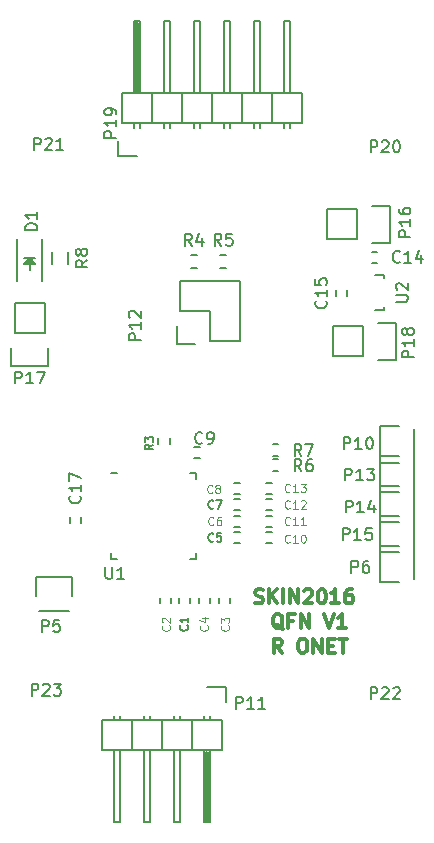
<source format=gto>
G04 #@! TF.FileFunction,Legend,Top*
%FSLAX46Y46*%
G04 Gerber Fmt 4.6, Leading zero omitted, Abs format (unit mm)*
G04 Created by KiCad (PCBNEW no-vcs-found-undefined) date Mon Oct 24 18:16:08 2016*
%MOMM*%
%LPD*%
G01*
G04 APERTURE LIST*
%ADD10C,0.100000*%
%ADD11C,0.300000*%
%ADD12C,0.150000*%
%ADD13C,0.125000*%
G04 APERTURE END LIST*
D10*
D11*
X158030000Y-150585714D02*
X158201428Y-150642857D01*
X158487142Y-150642857D01*
X158601428Y-150585714D01*
X158658571Y-150528571D01*
X158715714Y-150414285D01*
X158715714Y-150300000D01*
X158658571Y-150185714D01*
X158601428Y-150128571D01*
X158487142Y-150071428D01*
X158258571Y-150014285D01*
X158144285Y-149957142D01*
X158087142Y-149900000D01*
X158030000Y-149785714D01*
X158030000Y-149671428D01*
X158087142Y-149557142D01*
X158144285Y-149500000D01*
X158258571Y-149442857D01*
X158544285Y-149442857D01*
X158715714Y-149500000D01*
X159230000Y-150642857D02*
X159230000Y-149442857D01*
X159915714Y-150642857D02*
X159401428Y-149957142D01*
X159915714Y-149442857D02*
X159230000Y-150128571D01*
X160430000Y-150642857D02*
X160430000Y-149442857D01*
X161001428Y-150642857D02*
X161001428Y-149442857D01*
X161687142Y-150642857D01*
X161687142Y-149442857D01*
X162201428Y-149557142D02*
X162258571Y-149500000D01*
X162372857Y-149442857D01*
X162658571Y-149442857D01*
X162772857Y-149500000D01*
X162830000Y-149557142D01*
X162887142Y-149671428D01*
X162887142Y-149785714D01*
X162830000Y-149957142D01*
X162144285Y-150642857D01*
X162887142Y-150642857D01*
X163630000Y-149442857D02*
X163744285Y-149442857D01*
X163858571Y-149500000D01*
X163915714Y-149557142D01*
X163972857Y-149671428D01*
X164030000Y-149900000D01*
X164030000Y-150185714D01*
X163972857Y-150414285D01*
X163915714Y-150528571D01*
X163858571Y-150585714D01*
X163744285Y-150642857D01*
X163630000Y-150642857D01*
X163515714Y-150585714D01*
X163458571Y-150528571D01*
X163401428Y-150414285D01*
X163344285Y-150185714D01*
X163344285Y-149900000D01*
X163401428Y-149671428D01*
X163458571Y-149557142D01*
X163515714Y-149500000D01*
X163630000Y-149442857D01*
X165172857Y-150642857D02*
X164487142Y-150642857D01*
X164830000Y-150642857D02*
X164830000Y-149442857D01*
X164715714Y-149614285D01*
X164601428Y-149728571D01*
X164487142Y-149785714D01*
X166201428Y-149442857D02*
X165972857Y-149442857D01*
X165858571Y-149500000D01*
X165801428Y-149557142D01*
X165687142Y-149728571D01*
X165630000Y-149957142D01*
X165630000Y-150414285D01*
X165687142Y-150528571D01*
X165744285Y-150585714D01*
X165858571Y-150642857D01*
X166087142Y-150642857D01*
X166201428Y-150585714D01*
X166258571Y-150528571D01*
X166315714Y-150414285D01*
X166315714Y-150128571D01*
X166258571Y-150014285D01*
X166201428Y-149957142D01*
X166087142Y-149900000D01*
X165858571Y-149900000D01*
X165744285Y-149957142D01*
X165687142Y-150014285D01*
X165630000Y-150128571D01*
X160401428Y-152857142D02*
X160287142Y-152800000D01*
X160172857Y-152685714D01*
X160001428Y-152514285D01*
X159887142Y-152457142D01*
X159772857Y-152457142D01*
X159830000Y-152742857D02*
X159715714Y-152685714D01*
X159601428Y-152571428D01*
X159544285Y-152342857D01*
X159544285Y-151942857D01*
X159601428Y-151714285D01*
X159715714Y-151600000D01*
X159830000Y-151542857D01*
X160058571Y-151542857D01*
X160172857Y-151600000D01*
X160287142Y-151714285D01*
X160344285Y-151942857D01*
X160344285Y-152342857D01*
X160287142Y-152571428D01*
X160172857Y-152685714D01*
X160058571Y-152742857D01*
X159830000Y-152742857D01*
X161258571Y-152114285D02*
X160858571Y-152114285D01*
X160858571Y-152742857D02*
X160858571Y-151542857D01*
X161430000Y-151542857D01*
X161887142Y-152742857D02*
X161887142Y-151542857D01*
X162572857Y-152742857D01*
X162572857Y-151542857D01*
X163887142Y-151542857D02*
X164287142Y-152742857D01*
X164687142Y-151542857D01*
X165715714Y-152742857D02*
X165030000Y-152742857D01*
X165372857Y-152742857D02*
X165372857Y-151542857D01*
X165258571Y-151714285D01*
X165144285Y-151828571D01*
X165030000Y-151885714D01*
X160287142Y-154842857D02*
X159887142Y-154271428D01*
X159601428Y-154842857D02*
X159601428Y-153642857D01*
X160058571Y-153642857D01*
X160172857Y-153700000D01*
X160230000Y-153757142D01*
X160287142Y-153871428D01*
X160287142Y-154042857D01*
X160230000Y-154157142D01*
X160172857Y-154214285D01*
X160058571Y-154271428D01*
X159601428Y-154271428D01*
X161944285Y-153642857D02*
X162172857Y-153642857D01*
X162287142Y-153700000D01*
X162401428Y-153814285D01*
X162458571Y-154042857D01*
X162458571Y-154442857D01*
X162401428Y-154671428D01*
X162287142Y-154785714D01*
X162172857Y-154842857D01*
X161944285Y-154842857D01*
X161830000Y-154785714D01*
X161715714Y-154671428D01*
X161658571Y-154442857D01*
X161658571Y-154042857D01*
X161715714Y-153814285D01*
X161830000Y-153700000D01*
X161944285Y-153642857D01*
X162972857Y-154842857D02*
X162972857Y-153642857D01*
X163658571Y-154842857D01*
X163658571Y-153642857D01*
X164230000Y-154214285D02*
X164630000Y-154214285D01*
X164801428Y-154842857D02*
X164230000Y-154842857D01*
X164230000Y-153642857D01*
X164801428Y-153642857D01*
X165144285Y-153642857D02*
X165830000Y-153642857D01*
X165487142Y-154842857D02*
X165487142Y-153642857D01*
D12*
X153057000Y-139631000D02*
X152532000Y-139631000D01*
X153057000Y-146881000D02*
X152532000Y-146881000D01*
X145807000Y-146881000D02*
X146332000Y-146881000D01*
X145807000Y-139631000D02*
X146332000Y-139631000D01*
X153057000Y-146881000D02*
X153057000Y-146356000D01*
X145807000Y-146881000D02*
X145807000Y-146356000D01*
X153057000Y-139631000D02*
X153057000Y-140156000D01*
X152505000Y-150650000D02*
X152505000Y-150150000D01*
X151555000Y-150150000D02*
X151555000Y-150650000D01*
X155905000Y-150650000D02*
X155905000Y-150150000D01*
X154955000Y-150150000D02*
X154955000Y-150650000D01*
X156280000Y-145575000D02*
X156780000Y-145575000D01*
X156780000Y-144625000D02*
X156280000Y-144625000D01*
X156280000Y-144175000D02*
X156780000Y-144175000D01*
X156780000Y-143225000D02*
X156280000Y-143225000D01*
X156280000Y-142775000D02*
X156780000Y-142775000D01*
X156780000Y-141825000D02*
X156280000Y-141825000D01*
X156280000Y-141375000D02*
X156780000Y-141375000D01*
X156780000Y-140425000D02*
X156280000Y-140425000D01*
X153380000Y-137425000D02*
X152880000Y-137425000D01*
X152880000Y-138375000D02*
X153380000Y-138375000D01*
X159480000Y-144625000D02*
X158980000Y-144625000D01*
X158980000Y-145575000D02*
X159480000Y-145575000D01*
X159480000Y-143225000D02*
X158980000Y-143225000D01*
X158980000Y-144175000D02*
X159480000Y-144175000D01*
X159480000Y-141825000D02*
X158980000Y-141825000D01*
X158980000Y-142775000D02*
X159480000Y-142775000D01*
X159480000Y-140425000D02*
X158980000Y-140425000D01*
X158980000Y-141375000D02*
X159480000Y-141375000D01*
X167898000Y-121823500D02*
X168398000Y-121823500D01*
X168398000Y-120873500D02*
X167898000Y-120873500D01*
X164879000Y-124146500D02*
X164879000Y-124646500D01*
X165829000Y-124646500D02*
X165829000Y-124146500D01*
X137888000Y-119770000D02*
X137888000Y-123370000D01*
X139988000Y-119770000D02*
X139988000Y-123370000D01*
X139238000Y-121820000D02*
X138638000Y-121820000D01*
X138638000Y-121820000D02*
X138938000Y-121520000D01*
X138938000Y-121520000D02*
X139138000Y-121720000D01*
X139138000Y-121720000D02*
X138888000Y-121720000D01*
X138888000Y-121720000D02*
X138938000Y-121670000D01*
X139438000Y-121420000D02*
X138438000Y-121420000D01*
X138938000Y-121920000D02*
X138938000Y-122420000D01*
X138938000Y-121420000D02*
X139438000Y-121920000D01*
X139438000Y-121920000D02*
X138438000Y-121920000D01*
X138438000Y-121920000D02*
X138938000Y-121420000D01*
X142550000Y-148450000D02*
X142550000Y-150000000D01*
X139450000Y-150000000D02*
X139450000Y-148450000D01*
X139450000Y-148450000D02*
X142550000Y-148450000D01*
X139730000Y-151270000D02*
X142270000Y-151270000D01*
X168630000Y-145770000D02*
X170180000Y-145770000D01*
X170180000Y-148870000D02*
X168630000Y-148870000D01*
X168630000Y-148870000D02*
X168630000Y-145770000D01*
X171450000Y-148590000D02*
X171450000Y-146050000D01*
X168630000Y-135640000D02*
X170180000Y-135640000D01*
X170180000Y-138740000D02*
X168630000Y-138740000D01*
X168630000Y-138740000D02*
X168630000Y-135640000D01*
X171450000Y-138460000D02*
X171450000Y-135920000D01*
X155550000Y-157700000D02*
X154000000Y-157700000D01*
X155550000Y-159000000D02*
X155550000Y-157700000D01*
X154127000Y-163191000D02*
X154127000Y-169033000D01*
X154127000Y-169033000D02*
X153873000Y-169033000D01*
X153873000Y-169033000D02*
X153873000Y-163191000D01*
X153873000Y-163191000D02*
X154000000Y-163191000D01*
X154000000Y-163191000D02*
X154000000Y-169033000D01*
X154254000Y-160524000D02*
X154254000Y-160143000D01*
X153746000Y-160524000D02*
X153746000Y-160143000D01*
X151714000Y-160524000D02*
X151714000Y-160143000D01*
X151206000Y-160524000D02*
X151206000Y-160143000D01*
X149174000Y-160524000D02*
X149174000Y-160143000D01*
X148666000Y-160524000D02*
X148666000Y-160143000D01*
X146126000Y-160524000D02*
X146126000Y-160143000D01*
X146634000Y-160524000D02*
X146634000Y-160143000D01*
X155270000Y-160524000D02*
X155270000Y-163064000D01*
X152730000Y-160524000D02*
X152730000Y-163064000D01*
X152730000Y-160524000D02*
X150190000Y-160524000D01*
X150190000Y-160524000D02*
X150190000Y-163064000D01*
X151714000Y-163064000D02*
X151714000Y-169160000D01*
X151714000Y-169160000D02*
X151206000Y-169160000D01*
X151206000Y-169160000D02*
X151206000Y-163064000D01*
X150190000Y-163064000D02*
X152730000Y-163064000D01*
X152730000Y-163064000D02*
X155270000Y-163064000D01*
X153746000Y-169160000D02*
X153746000Y-163064000D01*
X154254000Y-169160000D02*
X153746000Y-169160000D01*
X154254000Y-163064000D02*
X154254000Y-169160000D01*
X152730000Y-160524000D02*
X152730000Y-163064000D01*
X155270000Y-160524000D02*
X152730000Y-160524000D01*
X147650000Y-160524000D02*
X147650000Y-163064000D01*
X147650000Y-160524000D02*
X145110000Y-160524000D01*
X145110000Y-160524000D02*
X145110000Y-163064000D01*
X146634000Y-163064000D02*
X146634000Y-169160000D01*
X146634000Y-169160000D02*
X146126000Y-169160000D01*
X146126000Y-169160000D02*
X146126000Y-163064000D01*
X145110000Y-163064000D02*
X147650000Y-163064000D01*
X147650000Y-163064000D02*
X150190000Y-163064000D01*
X148666000Y-169160000D02*
X148666000Y-163064000D01*
X149174000Y-169160000D02*
X148666000Y-169160000D01*
X149174000Y-163064000D02*
X149174000Y-169160000D01*
X147650000Y-160524000D02*
X147650000Y-163064000D01*
X150190000Y-160524000D02*
X147650000Y-160524000D01*
X150190000Y-160524000D02*
X150190000Y-163064000D01*
X152985000Y-128690000D02*
X151435000Y-128690000D01*
X151435000Y-127140000D02*
X151435000Y-128690000D01*
X154255000Y-128410000D02*
X154255000Y-125870000D01*
X154255000Y-125870000D02*
X151715000Y-125870000D01*
X151715000Y-125870000D02*
X151715000Y-123330000D01*
X151715000Y-123330000D02*
X156795000Y-123330000D01*
X156795000Y-123330000D02*
X156795000Y-128410000D01*
X156795000Y-128410000D02*
X154255000Y-128410000D01*
X168630000Y-138150000D02*
X170180000Y-138150000D01*
X170180000Y-141250000D02*
X168630000Y-141250000D01*
X168630000Y-141250000D02*
X168630000Y-138150000D01*
X171450000Y-140970000D02*
X171450000Y-138430000D01*
X168630000Y-140690000D02*
X170180000Y-140690000D01*
X170180000Y-143790000D02*
X168630000Y-143790000D01*
X168630000Y-143790000D02*
X168630000Y-140690000D01*
X171450000Y-143510000D02*
X171450000Y-140970000D01*
X168630000Y-143230000D02*
X170180000Y-143230000D01*
X170180000Y-146330000D02*
X168630000Y-146330000D01*
X168630000Y-146330000D02*
X168630000Y-143230000D01*
X171450000Y-146050000D02*
X171450000Y-143510000D01*
X166624000Y-119824500D02*
X164084000Y-119824500D01*
X169444000Y-120104500D02*
X167894000Y-120104500D01*
X166624000Y-119824500D02*
X166624000Y-117284500D01*
X167894000Y-117004500D02*
X169444000Y-117004500D01*
X169444000Y-117004500D02*
X169444000Y-120104500D01*
X166624000Y-117284500D02*
X164084000Y-117284500D01*
X164084000Y-117284500D02*
X164084000Y-119824500D01*
X137668000Y-127762000D02*
X137668000Y-125222000D01*
X137388000Y-130582000D02*
X137388000Y-129032000D01*
X137668000Y-127762000D02*
X140208000Y-127762000D01*
X140488000Y-129032000D02*
X140488000Y-130582000D01*
X140488000Y-130582000D02*
X137388000Y-130582000D01*
X140208000Y-127762000D02*
X140208000Y-125222000D01*
X140208000Y-125222000D02*
X137668000Y-125222000D01*
X167132000Y-129730500D02*
X164592000Y-129730500D01*
X169952000Y-130010500D02*
X168402000Y-130010500D01*
X167132000Y-129730500D02*
X167132000Y-127190500D01*
X168402000Y-126910500D02*
X169952000Y-126910500D01*
X169952000Y-126910500D02*
X169952000Y-130010500D01*
X167132000Y-127190500D02*
X164592000Y-127190500D01*
X164592000Y-127190500D02*
X164592000Y-129730500D01*
X146450000Y-112800000D02*
X148000000Y-112800000D01*
X146450000Y-111500000D02*
X146450000Y-112800000D01*
X147873000Y-107309000D02*
X147873000Y-101467000D01*
X147873000Y-101467000D02*
X148127000Y-101467000D01*
X148127000Y-101467000D02*
X148127000Y-107309000D01*
X148127000Y-107309000D02*
X148000000Y-107309000D01*
X148000000Y-107309000D02*
X148000000Y-101467000D01*
X147746000Y-109976000D02*
X147746000Y-110357000D01*
X148254000Y-109976000D02*
X148254000Y-110357000D01*
X150286000Y-109976000D02*
X150286000Y-110357000D01*
X150794000Y-109976000D02*
X150794000Y-110357000D01*
X152826000Y-109976000D02*
X152826000Y-110357000D01*
X153334000Y-109976000D02*
X153334000Y-110357000D01*
X160954000Y-109976000D02*
X160954000Y-110357000D01*
X160446000Y-109976000D02*
X160446000Y-110357000D01*
X158414000Y-109976000D02*
X158414000Y-110357000D01*
X157906000Y-109976000D02*
X157906000Y-110357000D01*
X155874000Y-109976000D02*
X155874000Y-110357000D01*
X155366000Y-109976000D02*
X155366000Y-110357000D01*
X146730000Y-109976000D02*
X146730000Y-107436000D01*
X149270000Y-109976000D02*
X149270000Y-107436000D01*
X149270000Y-109976000D02*
X151810000Y-109976000D01*
X151810000Y-109976000D02*
X151810000Y-107436000D01*
X150286000Y-107436000D02*
X150286000Y-101340000D01*
X150286000Y-101340000D02*
X150794000Y-101340000D01*
X150794000Y-101340000D02*
X150794000Y-107436000D01*
X151810000Y-107436000D02*
X149270000Y-107436000D01*
X149270000Y-107436000D02*
X146730000Y-107436000D01*
X148254000Y-101340000D02*
X148254000Y-107436000D01*
X147746000Y-101340000D02*
X148254000Y-101340000D01*
X147746000Y-107436000D02*
X147746000Y-101340000D01*
X149270000Y-109976000D02*
X149270000Y-107436000D01*
X146730000Y-109976000D02*
X149270000Y-109976000D01*
X156890000Y-109976000D02*
X156890000Y-107436000D01*
X156890000Y-109976000D02*
X159430000Y-109976000D01*
X159430000Y-109976000D02*
X159430000Y-107436000D01*
X157906000Y-107436000D02*
X157906000Y-101340000D01*
X157906000Y-101340000D02*
X158414000Y-101340000D01*
X158414000Y-101340000D02*
X158414000Y-107436000D01*
X159430000Y-107436000D02*
X156890000Y-107436000D01*
X161970000Y-107436000D02*
X159430000Y-107436000D01*
X160954000Y-101340000D02*
X160954000Y-107436000D01*
X160446000Y-101340000D02*
X160954000Y-101340000D01*
X160446000Y-107436000D02*
X160446000Y-101340000D01*
X161970000Y-109976000D02*
X161970000Y-107436000D01*
X159430000Y-109976000D02*
X161970000Y-109976000D01*
X159430000Y-109976000D02*
X159430000Y-107436000D01*
X154350000Y-109976000D02*
X154350000Y-107436000D01*
X154350000Y-109976000D02*
X156890000Y-109976000D01*
X156890000Y-109976000D02*
X156890000Y-107436000D01*
X155366000Y-107436000D02*
X155366000Y-101340000D01*
X155366000Y-101340000D02*
X155874000Y-101340000D01*
X155874000Y-101340000D02*
X155874000Y-107436000D01*
X156890000Y-107436000D02*
X154350000Y-107436000D01*
X154350000Y-107436000D02*
X151810000Y-107436000D01*
X153334000Y-101340000D02*
X153334000Y-107436000D01*
X152826000Y-101340000D02*
X153334000Y-101340000D01*
X152826000Y-107436000D02*
X152826000Y-101340000D01*
X154350000Y-109976000D02*
X154350000Y-107436000D01*
X151810000Y-109976000D02*
X154350000Y-109976000D01*
X151810000Y-109976000D02*
X151810000Y-107436000D01*
X150855000Y-137150000D02*
X150855000Y-136650000D01*
X149805000Y-136650000D02*
X149805000Y-137150000D01*
X153100000Y-121175000D02*
X152600000Y-121175000D01*
X152600000Y-122225000D02*
X153100000Y-122225000D01*
X155600000Y-121175000D02*
X155100000Y-121175000D01*
X155100000Y-122225000D02*
X155600000Y-122225000D01*
X159516000Y-139463000D02*
X160016000Y-139463000D01*
X160016000Y-138413000D02*
X159516000Y-138413000D01*
X160016000Y-137143000D02*
X159516000Y-137143000D01*
X159516000Y-138193000D02*
X160016000Y-138193000D01*
X140803000Y-121912000D02*
X140803000Y-120912000D01*
X142153000Y-120912000D02*
X142153000Y-121912000D01*
X168923240Y-125634136D02*
X168923240Y-125585876D01*
X168222200Y-122835156D02*
X168923240Y-122835156D01*
X168923240Y-122835156D02*
X168923240Y-123084076D01*
X168923240Y-125634136D02*
X168923240Y-125834796D01*
X168923240Y-125834796D02*
X168222200Y-125834796D01*
X142355000Y-143350000D02*
X142355000Y-143850000D01*
X143305000Y-143850000D02*
X143305000Y-143350000D01*
X149955000Y-150150000D02*
X149955000Y-150650000D01*
X150905000Y-150650000D02*
X150905000Y-150150000D01*
X153255000Y-150150000D02*
X153255000Y-150650000D01*
X154205000Y-150650000D02*
X154205000Y-150150000D01*
X145368095Y-147552380D02*
X145368095Y-148361904D01*
X145415714Y-148457142D01*
X145463333Y-148504761D01*
X145558571Y-148552380D01*
X145749047Y-148552380D01*
X145844285Y-148504761D01*
X145891904Y-148457142D01*
X145939523Y-148361904D01*
X145939523Y-147552380D01*
X146939523Y-148552380D02*
X146368095Y-148552380D01*
X146653809Y-148552380D02*
X146653809Y-147552380D01*
X146558571Y-147695238D01*
X146463333Y-147790476D01*
X146368095Y-147838095D01*
X152280000Y-152516666D02*
X152313333Y-152550000D01*
X152346666Y-152650000D01*
X152346666Y-152716666D01*
X152313333Y-152816666D01*
X152246666Y-152883333D01*
X152180000Y-152916666D01*
X152046666Y-152950000D01*
X151946666Y-152950000D01*
X151813333Y-152916666D01*
X151746666Y-152883333D01*
X151680000Y-152816666D01*
X151646666Y-152716666D01*
X151646666Y-152650000D01*
X151680000Y-152550000D01*
X151713333Y-152516666D01*
X152346666Y-151850000D02*
X152346666Y-152250000D01*
X152346666Y-152050000D02*
X151646666Y-152050000D01*
X151746666Y-152116666D01*
X151813333Y-152183333D01*
X151846666Y-152250000D01*
D13*
X155780000Y-152516666D02*
X155813333Y-152550000D01*
X155846666Y-152650000D01*
X155846666Y-152716666D01*
X155813333Y-152816666D01*
X155746666Y-152883333D01*
X155680000Y-152916666D01*
X155546666Y-152950000D01*
X155446666Y-152950000D01*
X155313333Y-152916666D01*
X155246666Y-152883333D01*
X155180000Y-152816666D01*
X155146666Y-152716666D01*
X155146666Y-152650000D01*
X155180000Y-152550000D01*
X155213333Y-152516666D01*
X155146666Y-152283333D02*
X155146666Y-151850000D01*
X155413333Y-152083333D01*
X155413333Y-151983333D01*
X155446666Y-151916666D01*
X155480000Y-151883333D01*
X155546666Y-151850000D01*
X155713333Y-151850000D01*
X155780000Y-151883333D01*
X155813333Y-151916666D01*
X155846666Y-151983333D01*
X155846666Y-152183333D01*
X155813333Y-152250000D01*
X155780000Y-152283333D01*
D12*
X154513333Y-145350000D02*
X154480000Y-145383333D01*
X154380000Y-145416666D01*
X154313333Y-145416666D01*
X154213333Y-145383333D01*
X154146666Y-145316666D01*
X154113333Y-145250000D01*
X154080000Y-145116666D01*
X154080000Y-145016666D01*
X154113333Y-144883333D01*
X154146666Y-144816666D01*
X154213333Y-144750000D01*
X154313333Y-144716666D01*
X154380000Y-144716666D01*
X154480000Y-144750000D01*
X154513333Y-144783333D01*
X155146666Y-144716666D02*
X154813333Y-144716666D01*
X154780000Y-145050000D01*
X154813333Y-145016666D01*
X154880000Y-144983333D01*
X155046666Y-144983333D01*
X155113333Y-145016666D01*
X155146666Y-145050000D01*
X155180000Y-145116666D01*
X155180000Y-145283333D01*
X155146666Y-145350000D01*
X155113333Y-145383333D01*
X155046666Y-145416666D01*
X154880000Y-145416666D01*
X154813333Y-145383333D01*
X154780000Y-145350000D01*
D13*
X154513333Y-143950000D02*
X154480000Y-143983333D01*
X154380000Y-144016666D01*
X154313333Y-144016666D01*
X154213333Y-143983333D01*
X154146666Y-143916666D01*
X154113333Y-143850000D01*
X154080000Y-143716666D01*
X154080000Y-143616666D01*
X154113333Y-143483333D01*
X154146666Y-143416666D01*
X154213333Y-143350000D01*
X154313333Y-143316666D01*
X154380000Y-143316666D01*
X154480000Y-143350000D01*
X154513333Y-143383333D01*
X155113333Y-143316666D02*
X154980000Y-143316666D01*
X154913333Y-143350000D01*
X154880000Y-143383333D01*
X154813333Y-143483333D01*
X154780000Y-143616666D01*
X154780000Y-143883333D01*
X154813333Y-143950000D01*
X154846666Y-143983333D01*
X154913333Y-144016666D01*
X155046666Y-144016666D01*
X155113333Y-143983333D01*
X155146666Y-143950000D01*
X155180000Y-143883333D01*
X155180000Y-143716666D01*
X155146666Y-143650000D01*
X155113333Y-143616666D01*
X155046666Y-143583333D01*
X154913333Y-143583333D01*
X154846666Y-143616666D01*
X154813333Y-143650000D01*
X154780000Y-143716666D01*
D12*
X154513333Y-142550000D02*
X154480000Y-142583333D01*
X154380000Y-142616666D01*
X154313333Y-142616666D01*
X154213333Y-142583333D01*
X154146666Y-142516666D01*
X154113333Y-142450000D01*
X154080000Y-142316666D01*
X154080000Y-142216666D01*
X154113333Y-142083333D01*
X154146666Y-142016666D01*
X154213333Y-141950000D01*
X154313333Y-141916666D01*
X154380000Y-141916666D01*
X154480000Y-141950000D01*
X154513333Y-141983333D01*
X154746666Y-141916666D02*
X155213333Y-141916666D01*
X154913333Y-142616666D01*
D13*
X154413333Y-141250000D02*
X154380000Y-141283333D01*
X154280000Y-141316666D01*
X154213333Y-141316666D01*
X154113333Y-141283333D01*
X154046666Y-141216666D01*
X154013333Y-141150000D01*
X153980000Y-141016666D01*
X153980000Y-140916666D01*
X154013333Y-140783333D01*
X154046666Y-140716666D01*
X154113333Y-140650000D01*
X154213333Y-140616666D01*
X154280000Y-140616666D01*
X154380000Y-140650000D01*
X154413333Y-140683333D01*
X154813333Y-140916666D02*
X154746666Y-140883333D01*
X154713333Y-140850000D01*
X154680000Y-140783333D01*
X154680000Y-140750000D01*
X154713333Y-140683333D01*
X154746666Y-140650000D01*
X154813333Y-140616666D01*
X154946666Y-140616666D01*
X155013333Y-140650000D01*
X155046666Y-140683333D01*
X155080000Y-140750000D01*
X155080000Y-140783333D01*
X155046666Y-140850000D01*
X155013333Y-140883333D01*
X154946666Y-140916666D01*
X154813333Y-140916666D01*
X154746666Y-140950000D01*
X154713333Y-140983333D01*
X154680000Y-141050000D01*
X154680000Y-141183333D01*
X154713333Y-141250000D01*
X154746666Y-141283333D01*
X154813333Y-141316666D01*
X154946666Y-141316666D01*
X155013333Y-141283333D01*
X155046666Y-141250000D01*
X155080000Y-141183333D01*
X155080000Y-141050000D01*
X155046666Y-140983333D01*
X155013333Y-140950000D01*
X154946666Y-140916666D01*
D12*
X153563333Y-137057142D02*
X153515714Y-137104761D01*
X153372857Y-137152380D01*
X153277619Y-137152380D01*
X153134761Y-137104761D01*
X153039523Y-137009523D01*
X152991904Y-136914285D01*
X152944285Y-136723809D01*
X152944285Y-136580952D01*
X152991904Y-136390476D01*
X153039523Y-136295238D01*
X153134761Y-136200000D01*
X153277619Y-136152380D01*
X153372857Y-136152380D01*
X153515714Y-136200000D01*
X153563333Y-136247619D01*
X154039523Y-137152380D02*
X154230000Y-137152380D01*
X154325238Y-137104761D01*
X154372857Y-137057142D01*
X154468095Y-136914285D01*
X154515714Y-136723809D01*
X154515714Y-136342857D01*
X154468095Y-136247619D01*
X154420476Y-136200000D01*
X154325238Y-136152380D01*
X154134761Y-136152380D01*
X154039523Y-136200000D01*
X153991904Y-136247619D01*
X153944285Y-136342857D01*
X153944285Y-136580952D01*
X153991904Y-136676190D01*
X154039523Y-136723809D01*
X154134761Y-136771428D01*
X154325238Y-136771428D01*
X154420476Y-136723809D01*
X154468095Y-136676190D01*
X154515714Y-136580952D01*
D13*
X160980000Y-145450000D02*
X160946666Y-145483333D01*
X160846666Y-145516666D01*
X160780000Y-145516666D01*
X160680000Y-145483333D01*
X160613333Y-145416666D01*
X160580000Y-145350000D01*
X160546666Y-145216666D01*
X160546666Y-145116666D01*
X160580000Y-144983333D01*
X160613333Y-144916666D01*
X160680000Y-144850000D01*
X160780000Y-144816666D01*
X160846666Y-144816666D01*
X160946666Y-144850000D01*
X160980000Y-144883333D01*
X161646666Y-145516666D02*
X161246666Y-145516666D01*
X161446666Y-145516666D02*
X161446666Y-144816666D01*
X161380000Y-144916666D01*
X161313333Y-144983333D01*
X161246666Y-145016666D01*
X162080000Y-144816666D02*
X162146666Y-144816666D01*
X162213333Y-144850000D01*
X162246666Y-144883333D01*
X162280000Y-144950000D01*
X162313333Y-145083333D01*
X162313333Y-145250000D01*
X162280000Y-145383333D01*
X162246666Y-145450000D01*
X162213333Y-145483333D01*
X162146666Y-145516666D01*
X162080000Y-145516666D01*
X162013333Y-145483333D01*
X161980000Y-145450000D01*
X161946666Y-145383333D01*
X161913333Y-145250000D01*
X161913333Y-145083333D01*
X161946666Y-144950000D01*
X161980000Y-144883333D01*
X162013333Y-144850000D01*
X162080000Y-144816666D01*
X160980000Y-143950000D02*
X160946666Y-143983333D01*
X160846666Y-144016666D01*
X160780000Y-144016666D01*
X160680000Y-143983333D01*
X160613333Y-143916666D01*
X160580000Y-143850000D01*
X160546666Y-143716666D01*
X160546666Y-143616666D01*
X160580000Y-143483333D01*
X160613333Y-143416666D01*
X160680000Y-143350000D01*
X160780000Y-143316666D01*
X160846666Y-143316666D01*
X160946666Y-143350000D01*
X160980000Y-143383333D01*
X161646666Y-144016666D02*
X161246666Y-144016666D01*
X161446666Y-144016666D02*
X161446666Y-143316666D01*
X161380000Y-143416666D01*
X161313333Y-143483333D01*
X161246666Y-143516666D01*
X162313333Y-144016666D02*
X161913333Y-144016666D01*
X162113333Y-144016666D02*
X162113333Y-143316666D01*
X162046666Y-143416666D01*
X161980000Y-143483333D01*
X161913333Y-143516666D01*
X160980000Y-142550000D02*
X160946666Y-142583333D01*
X160846666Y-142616666D01*
X160780000Y-142616666D01*
X160680000Y-142583333D01*
X160613333Y-142516666D01*
X160580000Y-142450000D01*
X160546666Y-142316666D01*
X160546666Y-142216666D01*
X160580000Y-142083333D01*
X160613333Y-142016666D01*
X160680000Y-141950000D01*
X160780000Y-141916666D01*
X160846666Y-141916666D01*
X160946666Y-141950000D01*
X160980000Y-141983333D01*
X161646666Y-142616666D02*
X161246666Y-142616666D01*
X161446666Y-142616666D02*
X161446666Y-141916666D01*
X161380000Y-142016666D01*
X161313333Y-142083333D01*
X161246666Y-142116666D01*
X161913333Y-141983333D02*
X161946666Y-141950000D01*
X162013333Y-141916666D01*
X162180000Y-141916666D01*
X162246666Y-141950000D01*
X162280000Y-141983333D01*
X162313333Y-142050000D01*
X162313333Y-142116666D01*
X162280000Y-142216666D01*
X161880000Y-142616666D01*
X162313333Y-142616666D01*
X160980000Y-141150000D02*
X160946666Y-141183333D01*
X160846666Y-141216666D01*
X160780000Y-141216666D01*
X160680000Y-141183333D01*
X160613333Y-141116666D01*
X160580000Y-141050000D01*
X160546666Y-140916666D01*
X160546666Y-140816666D01*
X160580000Y-140683333D01*
X160613333Y-140616666D01*
X160680000Y-140550000D01*
X160780000Y-140516666D01*
X160846666Y-140516666D01*
X160946666Y-140550000D01*
X160980000Y-140583333D01*
X161646666Y-141216666D02*
X161246666Y-141216666D01*
X161446666Y-141216666D02*
X161446666Y-140516666D01*
X161380000Y-140616666D01*
X161313333Y-140683333D01*
X161246666Y-140716666D01*
X161880000Y-140516666D02*
X162313333Y-140516666D01*
X162080000Y-140783333D01*
X162180000Y-140783333D01*
X162246666Y-140816666D01*
X162280000Y-140850000D01*
X162313333Y-140916666D01*
X162313333Y-141083333D01*
X162280000Y-141150000D01*
X162246666Y-141183333D01*
X162180000Y-141216666D01*
X161980000Y-141216666D01*
X161913333Y-141183333D01*
X161880000Y-141150000D01*
D12*
X170299142Y-121705642D02*
X170251523Y-121753261D01*
X170108666Y-121800880D01*
X170013428Y-121800880D01*
X169870571Y-121753261D01*
X169775333Y-121658023D01*
X169727714Y-121562785D01*
X169680095Y-121372309D01*
X169680095Y-121229452D01*
X169727714Y-121038976D01*
X169775333Y-120943738D01*
X169870571Y-120848500D01*
X170013428Y-120800880D01*
X170108666Y-120800880D01*
X170251523Y-120848500D01*
X170299142Y-120896119D01*
X171251523Y-121800880D02*
X170680095Y-121800880D01*
X170965809Y-121800880D02*
X170965809Y-120800880D01*
X170870571Y-120943738D01*
X170775333Y-121038976D01*
X170680095Y-121086595D01*
X172108666Y-121134214D02*
X172108666Y-121800880D01*
X171870571Y-120753261D02*
X171632476Y-121467547D01*
X172251523Y-121467547D01*
X164011142Y-125039357D02*
X164058761Y-125086976D01*
X164106380Y-125229833D01*
X164106380Y-125325071D01*
X164058761Y-125467928D01*
X163963523Y-125563166D01*
X163868285Y-125610785D01*
X163677809Y-125658404D01*
X163534952Y-125658404D01*
X163344476Y-125610785D01*
X163249238Y-125563166D01*
X163154000Y-125467928D01*
X163106380Y-125325071D01*
X163106380Y-125229833D01*
X163154000Y-125086976D01*
X163201619Y-125039357D01*
X164106380Y-124086976D02*
X164106380Y-124658404D01*
X164106380Y-124372690D02*
X163106380Y-124372690D01*
X163249238Y-124467928D01*
X163344476Y-124563166D01*
X163392095Y-124658404D01*
X163106380Y-123182214D02*
X163106380Y-123658404D01*
X163582571Y-123706023D01*
X163534952Y-123658404D01*
X163487333Y-123563166D01*
X163487333Y-123325071D01*
X163534952Y-123229833D01*
X163582571Y-123182214D01*
X163677809Y-123134595D01*
X163915904Y-123134595D01*
X164011142Y-123182214D01*
X164058761Y-123229833D01*
X164106380Y-123325071D01*
X164106380Y-123563166D01*
X164058761Y-123658404D01*
X164011142Y-123706023D01*
X139582380Y-119038095D02*
X138582380Y-119038095D01*
X138582380Y-118800000D01*
X138630000Y-118657142D01*
X138725238Y-118561904D01*
X138820476Y-118514285D01*
X139010952Y-118466666D01*
X139153809Y-118466666D01*
X139344285Y-118514285D01*
X139439523Y-118561904D01*
X139534761Y-118657142D01*
X139582380Y-118800000D01*
X139582380Y-119038095D01*
X139582380Y-117514285D02*
X139582380Y-118085714D01*
X139582380Y-117800000D02*
X138582380Y-117800000D01*
X138725238Y-117895238D01*
X138820476Y-117990476D01*
X138868095Y-118085714D01*
X139991904Y-153052380D02*
X139991904Y-152052380D01*
X140372857Y-152052380D01*
X140468095Y-152100000D01*
X140515714Y-152147619D01*
X140563333Y-152242857D01*
X140563333Y-152385714D01*
X140515714Y-152480952D01*
X140468095Y-152528571D01*
X140372857Y-152576190D01*
X139991904Y-152576190D01*
X141468095Y-152052380D02*
X140991904Y-152052380D01*
X140944285Y-152528571D01*
X140991904Y-152480952D01*
X141087142Y-152433333D01*
X141325238Y-152433333D01*
X141420476Y-152480952D01*
X141468095Y-152528571D01*
X141515714Y-152623809D01*
X141515714Y-152861904D01*
X141468095Y-152957142D01*
X141420476Y-153004761D01*
X141325238Y-153052380D01*
X141087142Y-153052380D01*
X140991904Y-153004761D01*
X140944285Y-152957142D01*
X166191904Y-148052380D02*
X166191904Y-147052380D01*
X166572857Y-147052380D01*
X166668095Y-147100000D01*
X166715714Y-147147619D01*
X166763333Y-147242857D01*
X166763333Y-147385714D01*
X166715714Y-147480952D01*
X166668095Y-147528571D01*
X166572857Y-147576190D01*
X166191904Y-147576190D01*
X167620476Y-147052380D02*
X167430000Y-147052380D01*
X167334761Y-147100000D01*
X167287142Y-147147619D01*
X167191904Y-147290476D01*
X167144285Y-147480952D01*
X167144285Y-147861904D01*
X167191904Y-147957142D01*
X167239523Y-148004761D01*
X167334761Y-148052380D01*
X167525238Y-148052380D01*
X167620476Y-148004761D01*
X167668095Y-147957142D01*
X167715714Y-147861904D01*
X167715714Y-147623809D01*
X167668095Y-147528571D01*
X167620476Y-147480952D01*
X167525238Y-147433333D01*
X167334761Y-147433333D01*
X167239523Y-147480952D01*
X167191904Y-147528571D01*
X167144285Y-147623809D01*
X165540714Y-137572380D02*
X165540714Y-136572380D01*
X165921666Y-136572380D01*
X166016904Y-136620000D01*
X166064523Y-136667619D01*
X166112142Y-136762857D01*
X166112142Y-136905714D01*
X166064523Y-137000952D01*
X166016904Y-137048571D01*
X165921666Y-137096190D01*
X165540714Y-137096190D01*
X167064523Y-137572380D02*
X166493095Y-137572380D01*
X166778809Y-137572380D02*
X166778809Y-136572380D01*
X166683571Y-136715238D01*
X166588333Y-136810476D01*
X166493095Y-136858095D01*
X167683571Y-136572380D02*
X167778809Y-136572380D01*
X167874047Y-136620000D01*
X167921666Y-136667619D01*
X167969285Y-136762857D01*
X168016904Y-136953333D01*
X168016904Y-137191428D01*
X167969285Y-137381904D01*
X167921666Y-137477142D01*
X167874047Y-137524761D01*
X167778809Y-137572380D01*
X167683571Y-137572380D01*
X167588333Y-137524761D01*
X167540714Y-137477142D01*
X167493095Y-137381904D01*
X167445476Y-137191428D01*
X167445476Y-136953333D01*
X167493095Y-136762857D01*
X167540714Y-136667619D01*
X167588333Y-136620000D01*
X167683571Y-136572380D01*
X156415714Y-159552380D02*
X156415714Y-158552380D01*
X156796666Y-158552380D01*
X156891904Y-158600000D01*
X156939523Y-158647619D01*
X156987142Y-158742857D01*
X156987142Y-158885714D01*
X156939523Y-158980952D01*
X156891904Y-159028571D01*
X156796666Y-159076190D01*
X156415714Y-159076190D01*
X157939523Y-159552380D02*
X157368095Y-159552380D01*
X157653809Y-159552380D02*
X157653809Y-158552380D01*
X157558571Y-158695238D01*
X157463333Y-158790476D01*
X157368095Y-158838095D01*
X158891904Y-159552380D02*
X158320476Y-159552380D01*
X158606190Y-159552380D02*
X158606190Y-158552380D01*
X158510952Y-158695238D01*
X158415714Y-158790476D01*
X158320476Y-158838095D01*
X148337380Y-128354285D02*
X147337380Y-128354285D01*
X147337380Y-127973333D01*
X147385000Y-127878095D01*
X147432619Y-127830476D01*
X147527857Y-127782857D01*
X147670714Y-127782857D01*
X147765952Y-127830476D01*
X147813571Y-127878095D01*
X147861190Y-127973333D01*
X147861190Y-128354285D01*
X148337380Y-126830476D02*
X148337380Y-127401904D01*
X148337380Y-127116190D02*
X147337380Y-127116190D01*
X147480238Y-127211428D01*
X147575476Y-127306666D01*
X147623095Y-127401904D01*
X147432619Y-126449523D02*
X147385000Y-126401904D01*
X147337380Y-126306666D01*
X147337380Y-126068571D01*
X147385000Y-125973333D01*
X147432619Y-125925714D01*
X147527857Y-125878095D01*
X147623095Y-125878095D01*
X147765952Y-125925714D01*
X148337380Y-126497142D01*
X148337380Y-125878095D01*
X165665714Y-140227380D02*
X165665714Y-139227380D01*
X166046666Y-139227380D01*
X166141904Y-139275000D01*
X166189523Y-139322619D01*
X166237142Y-139417857D01*
X166237142Y-139560714D01*
X166189523Y-139655952D01*
X166141904Y-139703571D01*
X166046666Y-139751190D01*
X165665714Y-139751190D01*
X167189523Y-140227380D02*
X166618095Y-140227380D01*
X166903809Y-140227380D02*
X166903809Y-139227380D01*
X166808571Y-139370238D01*
X166713333Y-139465476D01*
X166618095Y-139513095D01*
X167522857Y-139227380D02*
X168141904Y-139227380D01*
X167808571Y-139608333D01*
X167951428Y-139608333D01*
X168046666Y-139655952D01*
X168094285Y-139703571D01*
X168141904Y-139798809D01*
X168141904Y-140036904D01*
X168094285Y-140132142D01*
X168046666Y-140179761D01*
X167951428Y-140227380D01*
X167665714Y-140227380D01*
X167570476Y-140179761D01*
X167522857Y-140132142D01*
X165715714Y-142952380D02*
X165715714Y-141952380D01*
X166096666Y-141952380D01*
X166191904Y-142000000D01*
X166239523Y-142047619D01*
X166287142Y-142142857D01*
X166287142Y-142285714D01*
X166239523Y-142380952D01*
X166191904Y-142428571D01*
X166096666Y-142476190D01*
X165715714Y-142476190D01*
X167239523Y-142952380D02*
X166668095Y-142952380D01*
X166953809Y-142952380D02*
X166953809Y-141952380D01*
X166858571Y-142095238D01*
X166763333Y-142190476D01*
X166668095Y-142238095D01*
X168096666Y-142285714D02*
X168096666Y-142952380D01*
X167858571Y-141904761D02*
X167620476Y-142619047D01*
X168239523Y-142619047D01*
X165465714Y-145277380D02*
X165465714Y-144277380D01*
X165846666Y-144277380D01*
X165941904Y-144325000D01*
X165989523Y-144372619D01*
X166037142Y-144467857D01*
X166037142Y-144610714D01*
X165989523Y-144705952D01*
X165941904Y-144753571D01*
X165846666Y-144801190D01*
X165465714Y-144801190D01*
X166989523Y-145277380D02*
X166418095Y-145277380D01*
X166703809Y-145277380D02*
X166703809Y-144277380D01*
X166608571Y-144420238D01*
X166513333Y-144515476D01*
X166418095Y-144563095D01*
X167894285Y-144277380D02*
X167418095Y-144277380D01*
X167370476Y-144753571D01*
X167418095Y-144705952D01*
X167513333Y-144658333D01*
X167751428Y-144658333D01*
X167846666Y-144705952D01*
X167894285Y-144753571D01*
X167941904Y-144848809D01*
X167941904Y-145086904D01*
X167894285Y-145182142D01*
X167846666Y-145229761D01*
X167751428Y-145277380D01*
X167513333Y-145277380D01*
X167418095Y-145229761D01*
X167370476Y-145182142D01*
X171182380Y-119614285D02*
X170182380Y-119614285D01*
X170182380Y-119233333D01*
X170230000Y-119138095D01*
X170277619Y-119090476D01*
X170372857Y-119042857D01*
X170515714Y-119042857D01*
X170610952Y-119090476D01*
X170658571Y-119138095D01*
X170706190Y-119233333D01*
X170706190Y-119614285D01*
X171182380Y-118090476D02*
X171182380Y-118661904D01*
X171182380Y-118376190D02*
X170182380Y-118376190D01*
X170325238Y-118471428D01*
X170420476Y-118566666D01*
X170468095Y-118661904D01*
X170182380Y-117233333D02*
X170182380Y-117423809D01*
X170230000Y-117519047D01*
X170277619Y-117566666D01*
X170420476Y-117661904D01*
X170610952Y-117709523D01*
X170991904Y-117709523D01*
X171087142Y-117661904D01*
X171134761Y-117614285D01*
X171182380Y-117519047D01*
X171182380Y-117328571D01*
X171134761Y-117233333D01*
X171087142Y-117185714D01*
X170991904Y-117138095D01*
X170753809Y-117138095D01*
X170658571Y-117185714D01*
X170610952Y-117233333D01*
X170563333Y-117328571D01*
X170563333Y-117519047D01*
X170610952Y-117614285D01*
X170658571Y-117661904D01*
X170753809Y-117709523D01*
X137723714Y-132024380D02*
X137723714Y-131024380D01*
X138104666Y-131024380D01*
X138199904Y-131072000D01*
X138247523Y-131119619D01*
X138295142Y-131214857D01*
X138295142Y-131357714D01*
X138247523Y-131452952D01*
X138199904Y-131500571D01*
X138104666Y-131548190D01*
X137723714Y-131548190D01*
X139247523Y-132024380D02*
X138676095Y-132024380D01*
X138961809Y-132024380D02*
X138961809Y-131024380D01*
X138866571Y-131167238D01*
X138771333Y-131262476D01*
X138676095Y-131310095D01*
X139580857Y-131024380D02*
X140247523Y-131024380D01*
X139818952Y-132024380D01*
X171482380Y-129814285D02*
X170482380Y-129814285D01*
X170482380Y-129433333D01*
X170530000Y-129338095D01*
X170577619Y-129290476D01*
X170672857Y-129242857D01*
X170815714Y-129242857D01*
X170910952Y-129290476D01*
X170958571Y-129338095D01*
X171006190Y-129433333D01*
X171006190Y-129814285D01*
X171482380Y-128290476D02*
X171482380Y-128861904D01*
X171482380Y-128576190D02*
X170482380Y-128576190D01*
X170625238Y-128671428D01*
X170720476Y-128766666D01*
X170768095Y-128861904D01*
X170910952Y-127719047D02*
X170863333Y-127814285D01*
X170815714Y-127861904D01*
X170720476Y-127909523D01*
X170672857Y-127909523D01*
X170577619Y-127861904D01*
X170530000Y-127814285D01*
X170482380Y-127719047D01*
X170482380Y-127528571D01*
X170530000Y-127433333D01*
X170577619Y-127385714D01*
X170672857Y-127338095D01*
X170720476Y-127338095D01*
X170815714Y-127385714D01*
X170863333Y-127433333D01*
X170910952Y-127528571D01*
X170910952Y-127719047D01*
X170958571Y-127814285D01*
X171006190Y-127861904D01*
X171101428Y-127909523D01*
X171291904Y-127909523D01*
X171387142Y-127861904D01*
X171434761Y-127814285D01*
X171482380Y-127719047D01*
X171482380Y-127528571D01*
X171434761Y-127433333D01*
X171387142Y-127385714D01*
X171291904Y-127338095D01*
X171101428Y-127338095D01*
X171006190Y-127385714D01*
X170958571Y-127433333D01*
X170910952Y-127528571D01*
X146282380Y-111214285D02*
X145282380Y-111214285D01*
X145282380Y-110833333D01*
X145330000Y-110738095D01*
X145377619Y-110690476D01*
X145472857Y-110642857D01*
X145615714Y-110642857D01*
X145710952Y-110690476D01*
X145758571Y-110738095D01*
X145806190Y-110833333D01*
X145806190Y-111214285D01*
X146282380Y-109690476D02*
X146282380Y-110261904D01*
X146282380Y-109976190D02*
X145282380Y-109976190D01*
X145425238Y-110071428D01*
X145520476Y-110166666D01*
X145568095Y-110261904D01*
X146282380Y-109214285D02*
X146282380Y-109023809D01*
X146234761Y-108928571D01*
X146187142Y-108880952D01*
X146044285Y-108785714D01*
X145853809Y-108738095D01*
X145472857Y-108738095D01*
X145377619Y-108785714D01*
X145330000Y-108833333D01*
X145282380Y-108928571D01*
X145282380Y-109119047D01*
X145330000Y-109214285D01*
X145377619Y-109261904D01*
X145472857Y-109309523D01*
X145710952Y-109309523D01*
X145806190Y-109261904D01*
X145853809Y-109214285D01*
X145901428Y-109119047D01*
X145901428Y-108928571D01*
X145853809Y-108833333D01*
X145806190Y-108785714D01*
X145710952Y-108738095D01*
X149421666Y-137196666D02*
X149088333Y-137430000D01*
X149421666Y-137596666D02*
X148721666Y-137596666D01*
X148721666Y-137330000D01*
X148755000Y-137263333D01*
X148788333Y-137230000D01*
X148855000Y-137196666D01*
X148955000Y-137196666D01*
X149021666Y-137230000D01*
X149055000Y-137263333D01*
X149088333Y-137330000D01*
X149088333Y-137596666D01*
X148721666Y-136963333D02*
X148721666Y-136530000D01*
X148988333Y-136763333D01*
X148988333Y-136663333D01*
X149021666Y-136596666D01*
X149055000Y-136563333D01*
X149121666Y-136530000D01*
X149288333Y-136530000D01*
X149355000Y-136563333D01*
X149388333Y-136596666D01*
X149421666Y-136663333D01*
X149421666Y-136863333D01*
X149388333Y-136930000D01*
X149355000Y-136963333D01*
X152683333Y-120352380D02*
X152350000Y-119876190D01*
X152111904Y-120352380D02*
X152111904Y-119352380D01*
X152492857Y-119352380D01*
X152588095Y-119400000D01*
X152635714Y-119447619D01*
X152683333Y-119542857D01*
X152683333Y-119685714D01*
X152635714Y-119780952D01*
X152588095Y-119828571D01*
X152492857Y-119876190D01*
X152111904Y-119876190D01*
X153540476Y-119685714D02*
X153540476Y-120352380D01*
X153302380Y-119304761D02*
X153064285Y-120019047D01*
X153683333Y-120019047D01*
X155183333Y-120352380D02*
X154850000Y-119876190D01*
X154611904Y-120352380D02*
X154611904Y-119352380D01*
X154992857Y-119352380D01*
X155088095Y-119400000D01*
X155135714Y-119447619D01*
X155183333Y-119542857D01*
X155183333Y-119685714D01*
X155135714Y-119780952D01*
X155088095Y-119828571D01*
X154992857Y-119876190D01*
X154611904Y-119876190D01*
X156088095Y-119352380D02*
X155611904Y-119352380D01*
X155564285Y-119828571D01*
X155611904Y-119780952D01*
X155707142Y-119733333D01*
X155945238Y-119733333D01*
X156040476Y-119780952D01*
X156088095Y-119828571D01*
X156135714Y-119923809D01*
X156135714Y-120161904D01*
X156088095Y-120257142D01*
X156040476Y-120304761D01*
X155945238Y-120352380D01*
X155707142Y-120352380D01*
X155611904Y-120304761D01*
X155564285Y-120257142D01*
X161963333Y-139452380D02*
X161630000Y-138976190D01*
X161391904Y-139452380D02*
X161391904Y-138452380D01*
X161772857Y-138452380D01*
X161868095Y-138500000D01*
X161915714Y-138547619D01*
X161963333Y-138642857D01*
X161963333Y-138785714D01*
X161915714Y-138880952D01*
X161868095Y-138928571D01*
X161772857Y-138976190D01*
X161391904Y-138976190D01*
X162820476Y-138452380D02*
X162630000Y-138452380D01*
X162534761Y-138500000D01*
X162487142Y-138547619D01*
X162391904Y-138690476D01*
X162344285Y-138880952D01*
X162344285Y-139261904D01*
X162391904Y-139357142D01*
X162439523Y-139404761D01*
X162534761Y-139452380D01*
X162725238Y-139452380D01*
X162820476Y-139404761D01*
X162868095Y-139357142D01*
X162915714Y-139261904D01*
X162915714Y-139023809D01*
X162868095Y-138928571D01*
X162820476Y-138880952D01*
X162725238Y-138833333D01*
X162534761Y-138833333D01*
X162439523Y-138880952D01*
X162391904Y-138928571D01*
X162344285Y-139023809D01*
X161963333Y-138152380D02*
X161630000Y-137676190D01*
X161391904Y-138152380D02*
X161391904Y-137152380D01*
X161772857Y-137152380D01*
X161868095Y-137200000D01*
X161915714Y-137247619D01*
X161963333Y-137342857D01*
X161963333Y-137485714D01*
X161915714Y-137580952D01*
X161868095Y-137628571D01*
X161772857Y-137676190D01*
X161391904Y-137676190D01*
X162296666Y-137152380D02*
X162963333Y-137152380D01*
X162534761Y-138152380D01*
X143830380Y-121578666D02*
X143354190Y-121912000D01*
X143830380Y-122150095D02*
X142830380Y-122150095D01*
X142830380Y-121769142D01*
X142878000Y-121673904D01*
X142925619Y-121626285D01*
X143020857Y-121578666D01*
X143163714Y-121578666D01*
X143258952Y-121626285D01*
X143306571Y-121673904D01*
X143354190Y-121769142D01*
X143354190Y-122150095D01*
X143258952Y-121007238D02*
X143211333Y-121102476D01*
X143163714Y-121150095D01*
X143068476Y-121197714D01*
X143020857Y-121197714D01*
X142925619Y-121150095D01*
X142878000Y-121102476D01*
X142830380Y-121007238D01*
X142830380Y-120816761D01*
X142878000Y-120721523D01*
X142925619Y-120673904D01*
X143020857Y-120626285D01*
X143068476Y-120626285D01*
X143163714Y-120673904D01*
X143211333Y-120721523D01*
X143258952Y-120816761D01*
X143258952Y-121007238D01*
X143306571Y-121102476D01*
X143354190Y-121150095D01*
X143449428Y-121197714D01*
X143639904Y-121197714D01*
X143735142Y-121150095D01*
X143782761Y-121102476D01*
X143830380Y-121007238D01*
X143830380Y-120816761D01*
X143782761Y-120721523D01*
X143735142Y-120673904D01*
X143639904Y-120626285D01*
X143449428Y-120626285D01*
X143354190Y-120673904D01*
X143306571Y-120721523D01*
X143258952Y-120816761D01*
X169975380Y-125096880D02*
X170784904Y-125096880D01*
X170880142Y-125049261D01*
X170927761Y-125001642D01*
X170975380Y-124906404D01*
X170975380Y-124715928D01*
X170927761Y-124620690D01*
X170880142Y-124573071D01*
X170784904Y-124525452D01*
X169975380Y-124525452D01*
X170070619Y-124096880D02*
X170023000Y-124049261D01*
X169975380Y-123954023D01*
X169975380Y-123715928D01*
X170023000Y-123620690D01*
X170070619Y-123573071D01*
X170165857Y-123525452D01*
X170261095Y-123525452D01*
X170403952Y-123573071D01*
X170975380Y-124144499D01*
X170975380Y-123525452D01*
X167815714Y-112452380D02*
X167815714Y-111452380D01*
X168196666Y-111452380D01*
X168291904Y-111500000D01*
X168339523Y-111547619D01*
X168387142Y-111642857D01*
X168387142Y-111785714D01*
X168339523Y-111880952D01*
X168291904Y-111928571D01*
X168196666Y-111976190D01*
X167815714Y-111976190D01*
X168768095Y-111547619D02*
X168815714Y-111500000D01*
X168910952Y-111452380D01*
X169149047Y-111452380D01*
X169244285Y-111500000D01*
X169291904Y-111547619D01*
X169339523Y-111642857D01*
X169339523Y-111738095D01*
X169291904Y-111880952D01*
X168720476Y-112452380D01*
X169339523Y-112452380D01*
X169958571Y-111452380D02*
X170053809Y-111452380D01*
X170149047Y-111500000D01*
X170196666Y-111547619D01*
X170244285Y-111642857D01*
X170291904Y-111833333D01*
X170291904Y-112071428D01*
X170244285Y-112261904D01*
X170196666Y-112357142D01*
X170149047Y-112404761D01*
X170053809Y-112452380D01*
X169958571Y-112452380D01*
X169863333Y-112404761D01*
X169815714Y-112357142D01*
X169768095Y-112261904D01*
X169720476Y-112071428D01*
X169720476Y-111833333D01*
X169768095Y-111642857D01*
X169815714Y-111547619D01*
X169863333Y-111500000D01*
X169958571Y-111452380D01*
X139315714Y-112252380D02*
X139315714Y-111252380D01*
X139696666Y-111252380D01*
X139791904Y-111300000D01*
X139839523Y-111347619D01*
X139887142Y-111442857D01*
X139887142Y-111585714D01*
X139839523Y-111680952D01*
X139791904Y-111728571D01*
X139696666Y-111776190D01*
X139315714Y-111776190D01*
X140268095Y-111347619D02*
X140315714Y-111300000D01*
X140410952Y-111252380D01*
X140649047Y-111252380D01*
X140744285Y-111300000D01*
X140791904Y-111347619D01*
X140839523Y-111442857D01*
X140839523Y-111538095D01*
X140791904Y-111680952D01*
X140220476Y-112252380D01*
X140839523Y-112252380D01*
X141791904Y-112252380D02*
X141220476Y-112252380D01*
X141506190Y-112252380D02*
X141506190Y-111252380D01*
X141410952Y-111395238D01*
X141315714Y-111490476D01*
X141220476Y-111538095D01*
X167815714Y-158752380D02*
X167815714Y-157752380D01*
X168196666Y-157752380D01*
X168291904Y-157800000D01*
X168339523Y-157847619D01*
X168387142Y-157942857D01*
X168387142Y-158085714D01*
X168339523Y-158180952D01*
X168291904Y-158228571D01*
X168196666Y-158276190D01*
X167815714Y-158276190D01*
X168768095Y-157847619D02*
X168815714Y-157800000D01*
X168910952Y-157752380D01*
X169149047Y-157752380D01*
X169244285Y-157800000D01*
X169291904Y-157847619D01*
X169339523Y-157942857D01*
X169339523Y-158038095D01*
X169291904Y-158180952D01*
X168720476Y-158752380D01*
X169339523Y-158752380D01*
X169720476Y-157847619D02*
X169768095Y-157800000D01*
X169863333Y-157752380D01*
X170101428Y-157752380D01*
X170196666Y-157800000D01*
X170244285Y-157847619D01*
X170291904Y-157942857D01*
X170291904Y-158038095D01*
X170244285Y-158180952D01*
X169672857Y-158752380D01*
X170291904Y-158752380D01*
X139115714Y-158452380D02*
X139115714Y-157452380D01*
X139496666Y-157452380D01*
X139591904Y-157500000D01*
X139639523Y-157547619D01*
X139687142Y-157642857D01*
X139687142Y-157785714D01*
X139639523Y-157880952D01*
X139591904Y-157928571D01*
X139496666Y-157976190D01*
X139115714Y-157976190D01*
X140068095Y-157547619D02*
X140115714Y-157500000D01*
X140210952Y-157452380D01*
X140449047Y-157452380D01*
X140544285Y-157500000D01*
X140591904Y-157547619D01*
X140639523Y-157642857D01*
X140639523Y-157738095D01*
X140591904Y-157880952D01*
X140020476Y-158452380D01*
X140639523Y-158452380D01*
X140972857Y-157452380D02*
X141591904Y-157452380D01*
X141258571Y-157833333D01*
X141401428Y-157833333D01*
X141496666Y-157880952D01*
X141544285Y-157928571D01*
X141591904Y-158023809D01*
X141591904Y-158261904D01*
X141544285Y-158357142D01*
X141496666Y-158404761D01*
X141401428Y-158452380D01*
X141115714Y-158452380D01*
X141020476Y-158404761D01*
X140972857Y-158357142D01*
X143187142Y-141542857D02*
X143234761Y-141590476D01*
X143282380Y-141733333D01*
X143282380Y-141828571D01*
X143234761Y-141971428D01*
X143139523Y-142066666D01*
X143044285Y-142114285D01*
X142853809Y-142161904D01*
X142710952Y-142161904D01*
X142520476Y-142114285D01*
X142425238Y-142066666D01*
X142330000Y-141971428D01*
X142282380Y-141828571D01*
X142282380Y-141733333D01*
X142330000Y-141590476D01*
X142377619Y-141542857D01*
X143282380Y-140590476D02*
X143282380Y-141161904D01*
X143282380Y-140876190D02*
X142282380Y-140876190D01*
X142425238Y-140971428D01*
X142520476Y-141066666D01*
X142568095Y-141161904D01*
X142282380Y-140257142D02*
X142282380Y-139590476D01*
X143282380Y-140019047D01*
D13*
X150780000Y-152516666D02*
X150813333Y-152550000D01*
X150846666Y-152650000D01*
X150846666Y-152716666D01*
X150813333Y-152816666D01*
X150746666Y-152883333D01*
X150680000Y-152916666D01*
X150546666Y-152950000D01*
X150446666Y-152950000D01*
X150313333Y-152916666D01*
X150246666Y-152883333D01*
X150180000Y-152816666D01*
X150146666Y-152716666D01*
X150146666Y-152650000D01*
X150180000Y-152550000D01*
X150213333Y-152516666D01*
X150213333Y-152250000D02*
X150180000Y-152216666D01*
X150146666Y-152150000D01*
X150146666Y-151983333D01*
X150180000Y-151916666D01*
X150213333Y-151883333D01*
X150280000Y-151850000D01*
X150346666Y-151850000D01*
X150446666Y-151883333D01*
X150846666Y-152283333D01*
X150846666Y-151850000D01*
X153980000Y-152516666D02*
X154013333Y-152550000D01*
X154046666Y-152650000D01*
X154046666Y-152716666D01*
X154013333Y-152816666D01*
X153946666Y-152883333D01*
X153880000Y-152916666D01*
X153746666Y-152950000D01*
X153646666Y-152950000D01*
X153513333Y-152916666D01*
X153446666Y-152883333D01*
X153380000Y-152816666D01*
X153346666Y-152716666D01*
X153346666Y-152650000D01*
X153380000Y-152550000D01*
X153413333Y-152516666D01*
X153580000Y-151916666D02*
X154046666Y-151916666D01*
X153313333Y-152083333D02*
X153813333Y-152250000D01*
X153813333Y-151816666D01*
M02*

</source>
